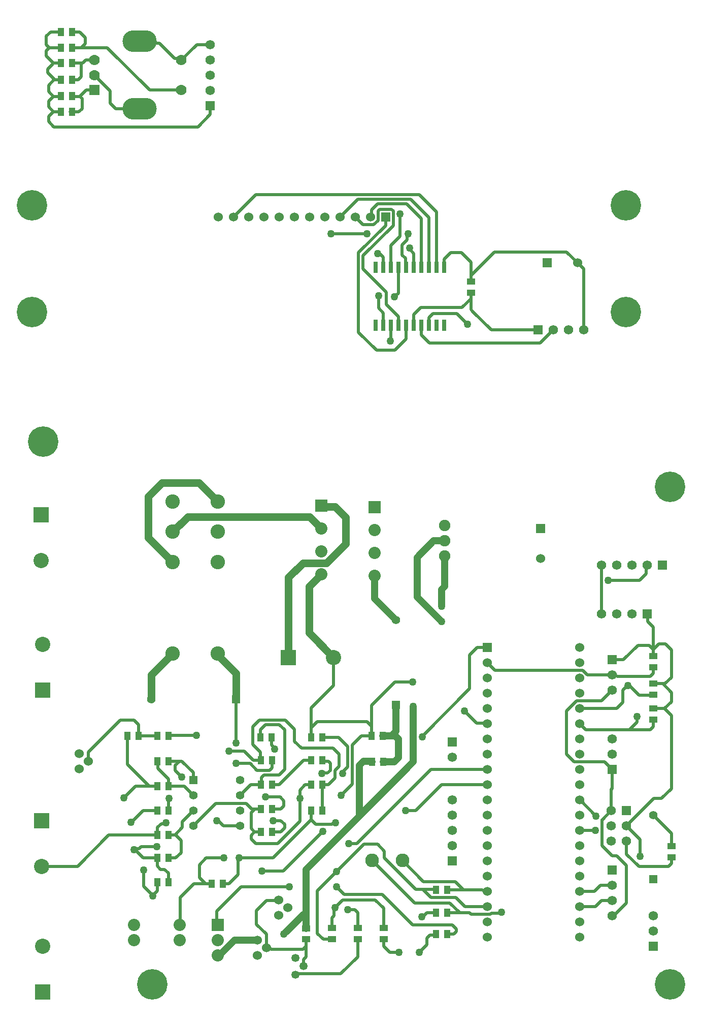
<source format=gtl>
G04*
G04 #@! TF.GenerationSoftware,Altium Limited,Altium Designer,23.4.1 (23)*
G04*
G04 Layer_Physical_Order=1*
G04 Layer_Color=255*
%FSLAX44Y44*%
%MOMM*%
G71*
G04*
G04 #@! TF.SameCoordinates,2680DE8E-D3BC-4794-95DD-0B2387E44050*
G04*
G04*
G04 #@! TF.FilePolarity,Positive*
G04*
G01*
G75*
%ADD18C,1.7780*%
%ADD20R,1.7780X1.7780*%
G04:AMPARAMS|DCode=21|XSize=3.6068mm|YSize=5.715mm|CornerRadius=1.8034mm|HoleSize=0mm|Usage=FLASHONLY|Rotation=90.000|XOffset=0mm|YOffset=0mm|HoleType=Round|Shape=RoundedRectangle|*
%AMROUNDEDRECTD21*
21,1,3.6068,2.1082,0,0,90.0*
21,1,0.0000,5.7150,0,0,90.0*
1,1,3.6068,1.0541,0.0000*
1,1,3.6068,1.0541,0.0000*
1,1,3.6068,-1.0541,0.0000*
1,1,3.6068,-1.0541,0.0000*
%
%ADD21ROUNDEDRECTD21*%
%ADD22R,1.5748X1.5748*%
%ADD23C,1.5748*%
%ADD41R,1.4500X1.0500*%
%ADD42R,1.0500X1.4500*%
%ADD43R,0.7000X1.9000*%
%ADD44C,0.5080*%
%ADD45C,1.1430*%
%ADD46C,1.2700*%
%ADD47R,1.5748X1.5748*%
%ADD48R,2.0320X2.0320*%
%ADD49C,2.0320*%
%ADD50R,1.5240X1.5240*%
%ADD51C,1.5240*%
%ADD52C,5.0800*%
%ADD53R,2.5400X2.5400*%
%ADD54C,2.5400*%
%ADD55R,2.5400X2.5400*%
%ADD56R,1.3970X1.3970*%
%ADD57C,1.3970*%
%ADD58C,1.3462*%
%ADD59C,2.4130*%
%ADD60C,2.2860*%
%ADD61C,1.9050*%
%ADD62R,1.3970X1.3970*%
%ADD63C,1.2700*%
%ADD64R,1.5240X1.5240*%
D18*
X178054Y1593850D02*
D03*
Y1618850D02*
D03*
X323054Y1568850D02*
D03*
Y1618850D02*
D03*
D20*
X178054Y1568850D02*
D03*
D21*
X253054Y1537850D02*
D03*
Y1649850D02*
D03*
D22*
X1041400Y269240D02*
D03*
X1065530Y368300D02*
D03*
X774446Y482600D02*
D03*
X774700Y284480D02*
D03*
X1041400Y619760D02*
D03*
Y436880D02*
D03*
X1109980Y142240D02*
D03*
X371094Y1543050D02*
D03*
D23*
X1023620Y695960D02*
D03*
X1049020D02*
D03*
X1074420D02*
D03*
X1041400Y218440D02*
D03*
Y193040D02*
D03*
Y243840D02*
D03*
X1040130Y368300D02*
D03*
Y342900D02*
D03*
X1065530Y317500D02*
D03*
X1040130D02*
D03*
X1065530Y342900D02*
D03*
X993648Y1169162D02*
D03*
X942848D02*
D03*
X968248D02*
D03*
X774446Y457200D02*
D03*
X774700Y386080D02*
D03*
Y360680D02*
D03*
Y335280D02*
D03*
Y309880D02*
D03*
X1023620Y777240D02*
D03*
X1049020D02*
D03*
X1074420D02*
D03*
X1099820D02*
D03*
X1041400Y594360D02*
D03*
Y568960D02*
D03*
Y462280D02*
D03*
Y487680D02*
D03*
X1109980Y167640D02*
D03*
Y193040D02*
D03*
X371094Y1568450D02*
D03*
Y1593850D02*
D03*
Y1619250D02*
D03*
Y1644650D02*
D03*
D41*
X805942Y1249278D02*
D03*
Y1230778D02*
D03*
X1140460Y308970D02*
D03*
Y290470D02*
D03*
X1109980Y519684D02*
D03*
Y538184D02*
D03*
Y561234D02*
D03*
Y579734D02*
D03*
Y606954D02*
D03*
Y625454D02*
D03*
X660400Y172318D02*
D03*
Y153818D02*
D03*
X617220Y172318D02*
D03*
Y153818D02*
D03*
X573786D02*
D03*
Y172318D02*
D03*
X530860Y153786D02*
D03*
Y172286D02*
D03*
D42*
X140314Y1665732D02*
D03*
X121814D02*
D03*
X140314Y1613662D02*
D03*
X121814D02*
D03*
X140314Y1558798D02*
D03*
X121814D02*
D03*
X282850Y492760D02*
D03*
X301350D02*
D03*
X251460D02*
D03*
X232960D02*
D03*
X659490Y449580D02*
D03*
X640990D02*
D03*
X640080Y492760D02*
D03*
X658580D02*
D03*
X557890Y368300D02*
D03*
X539390D02*
D03*
Y411480D02*
D03*
X557890D02*
D03*
X539390Y452120D02*
D03*
X557890D02*
D03*
X539390Y490220D02*
D03*
X557890D02*
D03*
X473160D02*
D03*
X454660D02*
D03*
X474070Y452120D02*
D03*
X455570D02*
D03*
X301350Y450850D02*
D03*
X282850D02*
D03*
X455570Y411480D02*
D03*
X474070D02*
D03*
X282850Y408940D02*
D03*
X301350D02*
D03*
X282850Y368300D02*
D03*
X301350D02*
D03*
X282850Y327660D02*
D03*
X301350D02*
D03*
X121814Y1639570D02*
D03*
X140314D02*
D03*
X121814Y1586230D02*
D03*
X140314D02*
D03*
X121814Y1532382D02*
D03*
X140314D02*
D03*
X391940Y246380D02*
D03*
X373440D02*
D03*
X766170Y162560D02*
D03*
X747670D02*
D03*
X766170Y198120D02*
D03*
X747670D02*
D03*
X766170Y236220D02*
D03*
X747670D02*
D03*
X474070Y370840D02*
D03*
X455570D02*
D03*
X282850Y248920D02*
D03*
X301350D02*
D03*
X474070Y332740D02*
D03*
X455570D02*
D03*
X301350Y289560D02*
D03*
X282850D02*
D03*
D43*
X761238Y1177042D02*
D03*
X748538D02*
D03*
X735838D02*
D03*
X723138D02*
D03*
X710438D02*
D03*
X697738D02*
D03*
X685038D02*
D03*
X672338D02*
D03*
X659638D02*
D03*
X646938D02*
D03*
Y1273042D02*
D03*
X659638D02*
D03*
X672338D02*
D03*
X685038D02*
D03*
X697738D02*
D03*
X710438D02*
D03*
X723138D02*
D03*
X735838D02*
D03*
X748538D02*
D03*
X761238D02*
D03*
D44*
X252219Y304988D02*
X255841Y308610D01*
X281940D01*
X301350Y289560D02*
X313690D01*
X275590Y226549D02*
Y227330D01*
Y226060D02*
Y226549D01*
Y227330D02*
X282850Y234590D01*
Y248920D01*
X301350D02*
Y263800D01*
X294640Y270510D02*
X301350Y263800D01*
X288290Y270510D02*
X294640D01*
X282850Y275950D02*
X288290Y270510D01*
X282850Y275950D02*
Y289560D01*
X259080D02*
X282850D01*
X260350Y241789D02*
Y269240D01*
Y241789D02*
X275590Y226549D01*
X469900Y435610D02*
X474070Y439780D01*
X448964Y435610D02*
X469900D01*
X474070Y439780D02*
Y452120D01*
X486410Y427990D02*
X495300Y436880D01*
Y502920D01*
X461010Y427990D02*
X486410D01*
Y411480D02*
X527050Y452120D01*
X474070Y411480D02*
X486410D01*
X456394Y412304D02*
Y423374D01*
X455570Y411480D02*
X456394Y412304D01*
X437534Y447040D02*
X448964Y435610D01*
X456394Y423374D02*
X461010Y427990D01*
X486410Y511810D02*
X495300Y502920D01*
X483362Y313182D02*
X520700Y350520D01*
X439420Y320802D02*
X447040Y313182D01*
X483362D01*
X439420Y320802D02*
Y327224D01*
X444936Y332740D01*
X439420Y338256D02*
Y364810D01*
Y338256D02*
X444936Y332740D01*
X660400Y142240D02*
Y153818D01*
Y142240D02*
X670530Y132110D01*
X616966Y153564D02*
X617220Y153818D01*
X616966Y124714D02*
Y153564D01*
X513080Y96520D02*
X588772D01*
X616966Y124714D01*
X573680Y153924D02*
X573786Y153818D01*
X559308Y153924D02*
X573680D01*
X549910Y163322D02*
X559308Y153924D01*
X612140Y203200D02*
X617220Y198120D01*
Y172318D02*
Y198120D01*
X660400Y172318D02*
Y205740D01*
X646430Y219710D02*
X660400Y205740D01*
X579120Y207010D02*
X591820Y219710D01*
X573786Y172318D02*
X574040Y172572D01*
Y189738D01*
X577662Y205552D02*
X579120Y207010D01*
X577662Y193360D02*
Y205552D01*
X574040Y189738D02*
X577662Y193360D01*
X746052Y160942D02*
X747670Y162560D01*
X737776Y160942D02*
X746052D01*
X732790Y155956D02*
X737776Y160942D01*
X732790Y144780D02*
Y155956D01*
X766170Y162560D02*
X776986D01*
X781232Y166806D01*
Y171014D01*
X774446Y177800D02*
X781232Y171014D01*
X708660Y177800D02*
X774446D01*
X1049020Y293370D02*
X1065530Y276860D01*
X1024636Y310134D02*
X1041400Y293370D01*
X1049020D01*
X1065530Y214630D02*
Y276860D01*
X1024636Y310134D02*
Y324549D01*
X1135380Y275082D02*
X1140460Y280162D01*
Y292950D01*
X1086358Y275082D02*
X1135380D01*
X1065530Y295910D02*
X1086358Y275082D01*
X1070610Y502920D02*
X1095502D01*
X997580D02*
X1070610D01*
X1083310Y515620D01*
X1105259Y503279D02*
X1109980Y508000D01*
X1096010Y502920D02*
X1104900D01*
X1083310Y515620D02*
Y525272D01*
X1049710Y591820D02*
X1105154D01*
X1109980Y596646D02*
Y606954D01*
X1105154Y591820D02*
X1109980Y596646D01*
X140314Y1532382D02*
X151892D01*
X157480Y1537970D01*
Y1554480D01*
X97790Y1658620D02*
X104902Y1665732D01*
X121814D01*
X152908D02*
X162560Y1656080D01*
X140314Y1665732D02*
X152908D01*
X1065530Y342900D02*
X1088390Y320040D01*
Y292100D02*
Y320040D01*
X1065530Y295910D02*
Y317500D01*
Y342900D02*
X1111250Y388620D01*
X1123950D01*
X1040130Y368300D02*
Y403860D01*
X1041400Y405130D01*
X1024982Y353152D02*
X1040130Y368300D01*
X1024636Y353152D02*
X1024982D01*
X1123950Y388620D02*
X1140460Y405130D01*
Y526459D01*
X1024636Y337534D02*
Y353152D01*
Y337534D02*
X1024921Y337249D01*
X1013350Y335139D02*
X1013491Y334998D01*
X1024921Y324834D02*
Y337249D01*
X1024636Y324549D02*
X1024921Y324834D01*
X987561Y335139D02*
X1013350D01*
X987420Y335280D02*
X987561Y335139D01*
X1041400Y405130D02*
Y436880D01*
X987420Y386080D02*
X987740D01*
X1014410Y359410D01*
X1014730D01*
X1041400Y193040D02*
X1043940D01*
X1065530Y214630D01*
X1023620Y218440D02*
X1041400D01*
X1013460Y208280D02*
X1023620Y218440D01*
X1022350Y243840D02*
X1041400D01*
X1012190Y233680D02*
X1022350Y243840D01*
X1028700Y449580D02*
X1041400Y436880D01*
X977900Y449580D02*
X1028700D01*
X313690Y289560D02*
X322580Y298450D01*
X312420Y435610D02*
Y443324D01*
X319946Y450850D01*
X312420Y435610D02*
X323850Y424180D01*
X301350Y450850D02*
X319946D01*
X323850D01*
X557530Y430530D02*
X557883Y430883D01*
X566773D01*
X571500Y435610D01*
Y447040D01*
X1066800Y576580D02*
X1068070D01*
X1059180Y568960D02*
X1066800Y576580D01*
X1059180Y548640D02*
Y568960D01*
X1049020Y538480D02*
X1059180Y548640D01*
X987420Y538480D02*
X1049020D01*
X1086060Y560652D02*
X1109186D01*
X1109980Y636905D02*
X1119505Y646430D01*
X1130300D02*
X1140460Y636270D01*
X1119505Y646430D02*
X1130300D01*
X1140460Y590550D02*
Y636270D01*
X1084580Y643890D02*
X1102995D01*
X1109980Y636905D01*
X1060450Y619760D02*
X1084580Y643890D01*
X1041400Y619760D02*
X1060450D01*
X1109980Y636905D02*
Y674370D01*
Y625454D02*
Y636905D01*
X1100908Y683442D02*
X1109980Y674370D01*
X772160Y1297940D02*
X789940D01*
X805688Y1259967D02*
Y1282192D01*
X789940Y1297940D02*
X805688Y1282192D01*
X761238Y1287018D02*
X772160Y1297940D01*
X167640Y450850D02*
Y466090D01*
X220980Y519430D01*
X149860Y275590D02*
X201930Y327660D01*
X87961Y275590D02*
X149860D01*
X201930Y327660D02*
X282850D01*
X243840Y303530D02*
X245298Y304988D01*
X252219D01*
X539390Y353430D02*
X547380Y345440D01*
X578932Y346522D02*
X580390Y347980D01*
X574686Y346522D02*
X578932D01*
X573604Y345440D02*
X574686Y346522D01*
X547380Y345440D02*
X573604D01*
X539390Y353430D02*
Y368300D01*
Y506370D02*
Y539390D01*
X576650Y576650D02*
Y623570D01*
X539390Y539390D02*
X576650Y576650D01*
X549910Y516890D02*
X632460D01*
X539390Y506370D02*
X549910Y516890D01*
X965200Y462280D02*
Y534221D01*
Y462280D02*
X977900Y449580D01*
X987420Y513080D02*
X997580Y502920D01*
X1109980Y508000D02*
Y519684D01*
X1128734Y538184D02*
X1140460Y526459D01*
X1125876Y579734D02*
X1140460Y565150D01*
X1128734Y538184D02*
X1140460Y549910D01*
Y565150D01*
X1129644Y579734D02*
X1140460Y590550D01*
X591820Y219710D02*
X646430D01*
X457200Y267970D02*
X492760D01*
X558800Y334010D01*
X1125876Y579734D02*
X1129644D01*
X1109980D02*
X1125876D01*
X1044287Y594360D02*
X1046328Y592319D01*
X1049211D01*
X1049710Y591820D01*
X657860Y228600D02*
X708660Y177800D01*
X723900Y191770D02*
X725962D01*
X732312Y198120D01*
X750150D01*
X527050Y109220D02*
Y120650D01*
X530860Y124460D02*
Y142240D01*
X527050Y120650D02*
X530860Y124460D01*
X525780Y137160D02*
X530860Y142240D01*
X472876Y137160D02*
X525780D01*
X530860Y142240D02*
Y153786D01*
X466764Y137756D02*
X472280D01*
X472876Y137160D01*
X464820Y139700D02*
X466764Y137756D01*
X581660Y241300D02*
X594360Y228600D01*
X657860D01*
X710438Y1177042D02*
Y1194308D01*
X722630Y1206500D02*
X791210D01*
X710438Y1194308D02*
X722630Y1206500D01*
X791210D02*
X805688Y1220978D01*
Y1232838D01*
Y1203452D02*
Y1220978D01*
Y1232838D02*
X806450Y1233600D01*
X805688Y1203452D02*
X808990Y1200150D01*
X844931Y1299210D02*
X965200D01*
X805688Y1259967D02*
X844931Y1299210D01*
X965200D02*
X983488Y1280922D01*
X805688Y1247902D02*
Y1259967D01*
Y1247902D02*
X806450Y1247140D01*
X735838Y1189228D02*
X742950Y1196340D01*
X782320D01*
X800100Y1178560D01*
X97790Y1625600D02*
X109220Y1614170D01*
X123084D01*
X97790Y1625600D02*
Y1634490D01*
X720090Y132080D02*
X732790Y144780D01*
X549910Y163322D02*
Y234950D01*
X444936Y332740D02*
X458050D01*
X353060Y256540D02*
Y278130D01*
X363220Y246380D02*
X375920D01*
X353060Y256540D02*
X363220Y246380D01*
X344170D02*
X363220D01*
X389460D02*
X402590D01*
X417517Y261307D02*
Y282774D01*
X402590Y246380D02*
X417517Y261307D01*
X417642Y288102D02*
X419100Y289560D01*
X417517Y282774D02*
X417642Y282900D01*
Y288102D01*
X353060Y278130D02*
X364137Y289207D01*
X393347D01*
X393700Y289560D01*
X414020Y481330D02*
Y553720D01*
X463550Y391160D02*
X487680D01*
X494030Y375920D02*
Y384810D01*
X487680Y391160D02*
X494030Y384810D01*
X488950Y370840D02*
X494030Y375920D01*
X471590Y370840D02*
X488950D01*
X439420Y364810D02*
X445450Y370840D01*
X440413D02*
X445450D01*
X458050D01*
X495300Y339619D02*
Y345440D01*
X476250Y351790D02*
X488950D01*
X495300Y345440D01*
X488421Y332740D02*
X495300Y339619D01*
X471590Y332740D02*
X488421D01*
X473435Y477666D02*
Y489945D01*
Y477666D02*
X478790Y472311D01*
Y471170D02*
Y472311D01*
X473160Y490220D02*
X473435Y489945D01*
X511810Y483870D02*
X523240Y472440D01*
X511810Y483870D02*
Y504190D01*
X523240Y472440D02*
X576144D01*
X496570Y519430D02*
X511810Y504190D01*
X520700Y350520D02*
Y388620D01*
Y402590D01*
X539296Y411386D02*
X539390Y411480D01*
X520700Y402590D02*
X529496Y411386D01*
X539296D01*
X965200Y534221D02*
X982159Y551180D01*
X1000300Y594360D02*
X1044287D01*
X690880Y1294130D02*
Y1310640D01*
X699582Y1319342D01*
Y1328232D01*
X701040Y1329690D01*
X110490Y1507490D02*
X350520D01*
X101600Y1516380D02*
Y1524834D01*
Y1516380D02*
X110490Y1507490D01*
X350520D02*
X371094Y1528064D01*
X101600Y1524834D02*
X109656Y1532890D01*
X101600Y1540946D02*
X109656Y1532890D01*
X101600Y1550234D02*
X109656Y1558290D01*
X101600Y1540946D02*
Y1550234D01*
X109656Y1532890D02*
X113030D01*
X101600Y1566346D02*
X109656Y1558290D01*
X101600Y1576667D02*
X111343Y1586410D01*
X101600Y1566346D02*
Y1576667D01*
X109656Y1558290D02*
X113030D01*
X123084D01*
X100330Y1597423D02*
Y1604010D01*
X108490Y1612170D01*
X100330Y1597423D02*
X111343Y1586410D01*
X97790Y1634490D02*
X102870Y1639570D01*
X97790Y1644650D02*
X102870Y1639570D01*
X97790Y1644650D02*
Y1658620D01*
X106680Y1639570D02*
X109220D01*
X102870D02*
X106680D01*
X162560Y1645920D02*
Y1656080D01*
X156210Y1639570D02*
X162560Y1645920D01*
X156210Y1639570D02*
X199136D01*
X137834D02*
X156210D01*
X311978Y1620962D02*
X320942D01*
X286278Y1646662D02*
X311978Y1620962D01*
X320942D02*
X323054Y1618850D01*
X246733Y301907D02*
X259080Y289560D01*
X322580Y298450D02*
Y318770D01*
X313690Y327660D02*
X322580Y318770D01*
X301350Y327660D02*
X313690D01*
X246380Y408940D02*
X282850D01*
X227330Y389890D02*
X246380Y408940D01*
X323850Y450850D02*
X342900Y431800D01*
X463550Y511810D02*
X486410D01*
X454660Y502920D02*
X463550Y511810D01*
X453390Y519430D02*
X496570D01*
X441960Y508000D02*
X453390Y519430D01*
X454660Y490220D02*
Y502920D01*
Y452120D02*
Y466090D01*
X441960Y478790D02*
Y508000D01*
Y478790D02*
X454660Y466090D01*
X557890Y411480D02*
X568524D01*
X579556Y422512D01*
X557890Y368300D02*
Y411480D01*
X567784Y450756D02*
X571500Y447040D01*
X557890Y452120D02*
X559254Y450756D01*
X567784D01*
X845820Y601980D02*
X992680D01*
X833120Y614680D02*
X845820Y601980D01*
X793750Y236220D02*
X825064D01*
X764420D02*
X793750D01*
X779780Y250190D02*
X793750Y236220D01*
X726694Y250190D02*
X779780D01*
X1070132Y576580D02*
X1086060Y560652D01*
X1068070Y576580D02*
X1070132D01*
X1099820Y695960D02*
X1100908Y694872D01*
Y683442D02*
Y694872D01*
X243840Y519430D02*
X251460Y511810D01*
X220980Y519430D02*
X243840D01*
X761238Y1273042D02*
Y1287018D01*
X673172Y1370330D02*
X676148Y1367354D01*
X653724Y1370330D02*
X673172D01*
X650748Y1367354D02*
X653724Y1370330D01*
X650748Y1351280D02*
Y1367354D01*
X676148Y1342898D02*
Y1367354D01*
X639992Y1368645D02*
X650567Y1379220D01*
X639992Y1359066D02*
Y1368645D01*
X698258Y1379220D02*
X723138Y1354340D01*
X650567Y1379220D02*
X698258D01*
X638048Y1357122D02*
X639992Y1359066D01*
X705612Y1386840D02*
X735838Y1356614D01*
X616966Y1386840D02*
X705612D01*
X587248Y1357122D02*
X616966Y1386840D01*
X446786Y1394460D02*
X719836D01*
X748538Y1365758D01*
X409448Y1357122D02*
X446786Y1394460D01*
X703580Y1303498D02*
Y1305560D01*
X710184Y1273296D02*
X710438Y1273042D01*
X703580Y1303498D02*
X710438Y1296640D01*
X659638Y1273042D02*
Y1290162D01*
X654588Y1295212D02*
X659638Y1290162D01*
X651698Y1295212D02*
X654588D01*
X650240Y1296670D02*
X651698Y1295212D01*
X679450Y1135380D02*
X697738Y1153668D01*
X618490Y1165280D02*
X648390Y1135380D01*
X679450D01*
X671830Y1150620D02*
X672084Y1150874D01*
Y1176788D01*
X672338Y1177042D01*
X697738Y1153668D02*
Y1177042D01*
X618490Y1165280D02*
Y1297940D01*
X808990Y1200150D02*
X808990D01*
X839978Y1169162D01*
X917448D01*
X164230Y1568850D02*
X178054D01*
X153670Y1558290D02*
X164230Y1568850D01*
X144780Y1558290D02*
X153670D01*
X371094Y1528064D02*
Y1543050D01*
X178054Y1593850D02*
X204470Y1567434D01*
X213480Y1537850D02*
X253054D01*
X204470Y1546860D02*
X213480Y1537850D01*
X204470Y1546860D02*
Y1567434D01*
X253054Y1649850D02*
X256242Y1646662D01*
X286278D01*
X663448Y1342898D02*
Y1357122D01*
X618490Y1297940D02*
X663448Y1342898D01*
X601980Y313690D02*
X615950D01*
X589280Y393700D02*
X608330Y412750D01*
X591820Y430530D02*
Y432592D01*
X600710Y441482D01*
X475520Y289560D02*
X539390Y353430D01*
X419100Y289560D02*
X475520D01*
X527050Y452120D02*
X539390D01*
X414020Y447040D02*
X437534D01*
X402590Y467360D02*
X427990D01*
X443230Y452120D02*
X454660D01*
X427990Y467360D02*
X443230Y452120D01*
X464820Y139700D02*
Y162560D01*
X713740Y368300D02*
X756920Y411480D01*
X697230Y368300D02*
X713740D01*
X739140Y436880D02*
X833120D01*
X615950Y313690D02*
X739140Y436880D01*
X670530Y132110D02*
X685770D01*
X685800Y132080D01*
X600710Y203200D02*
X612140D01*
X448310Y179070D02*
Y201930D01*
X465240Y218860D01*
X484290D01*
X448310Y179070D02*
X464820Y162560D01*
X301350Y408940D02*
X303530D01*
X327660D01*
X282850Y450850D02*
X283674Y450026D01*
X301350Y408940D02*
X301796Y409386D01*
Y420834D01*
X283674Y438956D02*
X301796Y420834D01*
X283674Y438956D02*
Y450026D01*
X342900Y419100D02*
Y431800D01*
X232960Y445220D02*
X268605Y409575D01*
X232960Y445220D02*
Y492760D01*
X251460D02*
Y511810D01*
X282850Y327660D02*
Y340000D01*
X289372Y346522D02*
X295722D01*
X282850Y340000D02*
X289372Y346522D01*
X324560Y349960D02*
X342900Y368300D01*
X324560Y339952D02*
Y349960D01*
X312533Y327926D02*
X324560Y339952D01*
X393137Y342900D02*
X421000D01*
X384247Y351790D02*
X393137Y342900D01*
X382270Y351790D02*
X384247D01*
X627380Y312420D02*
X650240D01*
X661670Y289560D02*
Y300990D01*
X650240Y312420D02*
X661670Y300990D01*
X608330Y412750D02*
Y477520D01*
X585470Y490220D02*
X600710Y474980D01*
Y441482D02*
Y474980D01*
X585906Y441780D02*
Y462678D01*
X576144Y472440D02*
X585906Y462678D01*
X579556Y422512D02*
Y435429D01*
X608330Y477520D02*
X623570Y492760D01*
X579556Y435429D02*
X585906Y441780D01*
X623570Y492760D02*
X640080D01*
X756920Y411480D02*
X833120D01*
X725606Y237490D02*
X748880D01*
X713740D02*
X725606D01*
X787400Y198120D02*
X803360D01*
X763690D02*
X787400D01*
X712216Y214630D02*
X770890D01*
X787400Y198120D01*
X855366Y197215D02*
X856824Y198673D01*
X840015Y197215D02*
X855366D01*
X805900Y195580D02*
X838381D01*
X840015Y197215D01*
X1109980Y538184D02*
X1128734D01*
X1035050Y751840D02*
X1087120D01*
X1098550Y763270D02*
Y775970D01*
X1087120Y751840D02*
X1098550Y763270D01*
X724535Y491490D02*
Y492125D01*
X803910Y571500D01*
X109220Y1639570D02*
X121543D01*
X124294D01*
X113030Y1586230D02*
X124294D01*
X151130D02*
X156210Y1591310D01*
X137834Y1586230D02*
X151130D01*
X156210Y1591310D02*
Y1614170D01*
X141584D02*
X158496D01*
X153670Y1558290D02*
X157480Y1554480D01*
X141584Y1558290D02*
X144780D01*
X137414Y1532890D02*
X138965Y1534441D01*
X113030Y1532890D02*
X123874D01*
X626110Y1292860D02*
X676148Y1342898D01*
X626110Y1270564D02*
Y1292860D01*
Y1270564D02*
X664977Y1231697D01*
X696778Y1273494D02*
X697484Y1272788D01*
X696778Y1273494D02*
Y1288232D01*
X690880Y1294130D02*
X696778Y1288232D01*
X672338Y1310132D02*
X687578Y1325372D01*
Y1362202D01*
X572770Y1329690D02*
X632460D01*
X672338Y1273042D02*
Y1310132D01*
X710438Y1273042D02*
Y1296640D01*
X484290Y218860D02*
X485140Y219710D01*
X640080Y509270D02*
Y543560D01*
Y492760D02*
Y509270D01*
X679450Y582930D02*
X708660D01*
X640080Y543560D02*
X679450Y582930D01*
X832328Y513872D02*
X833120Y513080D01*
X815818Y513872D02*
X832328D01*
X795020Y534670D02*
X815818Y513872D01*
X803910Y571500D02*
Y627380D01*
X557890Y490220D02*
X585470D01*
X816610Y640080D02*
X833120D01*
X803910Y627380D02*
X816610Y640080D01*
X1098550Y775970D02*
X1099820Y777240D01*
X1023620Y695960D02*
Y777240D01*
X259080Y368300D02*
X282850D01*
X240030Y349250D02*
X259080Y368300D01*
X238760Y349250D02*
X240030D01*
X301805Y368755D02*
Y388165D01*
X302260Y388620D01*
X327660Y408940D02*
X342900Y393700D01*
X301350Y368300D02*
X301805Y368755D01*
X825660Y235624D02*
X831176D01*
X825064Y236220D02*
X825660Y235624D01*
X831176D02*
X833120Y233680D01*
X691388Y285496D02*
X726694Y250190D01*
X739576Y223520D02*
X780396D01*
X725606Y237490D02*
X739576Y223520D01*
X748880Y237490D02*
X750150Y236220D01*
X780396Y223520D02*
X795636Y208280D01*
X641350Y285496D02*
X712216Y214630D01*
X795636Y208280D02*
X833120D01*
X803360Y198120D02*
X805900Y195580D01*
X382270Y179070D02*
X383540Y177800D01*
X382270Y179070D02*
Y200660D01*
X422910Y241300D02*
X502920D01*
X382270Y200660D02*
X422910Y241300D01*
X549910Y234950D02*
X581660Y266700D01*
X627380Y312420D01*
X1109186Y560652D02*
X1109874Y561340D01*
X992680Y601980D02*
X1000300Y594360D01*
X982159Y551180D02*
X1023620D01*
X1041400Y568960D01*
X1109874Y561340D02*
X1109980Y561234D01*
X1140460Y306490D02*
Y330200D01*
X1109980Y360680D02*
X1140460Y330200D01*
X987420Y208280D02*
X1013460D01*
X987420Y233680D02*
X1012190D01*
X661670Y289560D02*
X713740Y237490D01*
X539390Y490220D02*
Y506370D01*
X632460Y516890D02*
X640080Y509270D01*
X380365Y380365D02*
X430888D01*
X440413Y370840D01*
X421000Y393700D02*
X438780Y411480D01*
X455570D01*
X342900Y342900D02*
X380365Y380365D01*
X295722Y346522D02*
X297180Y347980D01*
X301350Y492760D02*
X301985Y493395D01*
X347345D01*
X347980Y494030D01*
X320040Y177800D02*
X321310Y179070D01*
Y223520D01*
X344170Y246380D01*
X251460Y492760D02*
X282850D01*
X158496Y1614170D02*
X163176Y1618850D01*
X178054D01*
X199136Y1639570D02*
X269856Y1568850D01*
X323054D01*
X983488Y1280922D02*
X993648Y1270762D01*
Y1169162D02*
Y1270762D01*
X723138Y1273042D02*
Y1354340D01*
X685038Y1177042D02*
Y1191574D01*
X664977Y1211636D02*
X685038Y1191574D01*
X664977Y1211636D02*
Y1231697D01*
X643890Y1344422D02*
X650748Y1351280D01*
X625348Y1344422D02*
X643890D01*
X612648Y1357122D02*
X625348Y1344422D01*
X735838Y1273042D02*
Y1356614D01*
X697484Y1272788D02*
X697738Y1273042D01*
X678434Y1224026D02*
X685038Y1230630D01*
Y1273042D01*
X748538D02*
Y1365758D01*
X659638Y1177042D02*
Y1197610D01*
X651764Y1205484D02*
X659638Y1197610D01*
X651764Y1205484D02*
Y1226312D01*
X723138Y1160780D02*
Y1177042D01*
Y1160780D02*
X736600Y1147318D01*
X921004D01*
X942848Y1169162D01*
X735838Y1177042D02*
Y1189228D01*
X323054Y1618850D02*
X348854Y1644650D01*
X371094D01*
D45*
X673100Y492760D02*
X680720Y500380D01*
Y544800D01*
X658580Y492760D02*
X673100D01*
X679450D01*
X659490Y449580D02*
X678180D01*
X684875Y456275D01*
Y487335D01*
X679450Y492760D02*
X684875Y487335D01*
X619760Y359410D02*
Y443590D01*
X640990Y449580D02*
Y449821D01*
X619760Y443590D02*
X626456Y450286D01*
X640525D02*
X640990Y449821D01*
X626456Y450286D02*
X640525D01*
X619760Y359410D02*
X709930Y449580D01*
Y542290D01*
X716280Y723900D02*
X756920Y683260D01*
X716280Y789940D02*
X743820Y817480D01*
X716280Y723900D02*
Y789940D01*
X743820Y817480D02*
X762000D01*
Y741680D02*
Y792480D01*
X756920Y708660D02*
Y736600D01*
X762000Y741680D01*
X530860Y270510D02*
X619760Y359410D01*
X530860Y199390D02*
Y270510D01*
X385986Y127000D02*
X411386Y152400D01*
X449580D01*
X383540Y127000D02*
X385986D01*
X494030Y162560D02*
X530860Y199390D01*
Y172286D02*
Y199390D01*
X645160Y721360D02*
Y759460D01*
Y721360D02*
X680720Y685800D01*
D46*
X535940Y664280D02*
X576650Y623570D01*
X535940Y741680D02*
X556260Y762000D01*
X535940Y664280D02*
Y741680D01*
X596900Y812800D02*
Y857250D01*
X557620Y874940D02*
X579210D01*
X596900Y857250D01*
X565150Y781050D02*
X596900Y812800D01*
X414020Y553720D02*
Y596900D01*
X383540Y627380D02*
Y629720D01*
Y627380D02*
X414020Y596900D01*
X267970Y822890D02*
Y891540D01*
X290830Y914400D02*
X352260D01*
X267970Y891540D02*
X290830Y914400D01*
X352260D02*
X383540Y883120D01*
X267970Y822890D02*
X308540Y782320D01*
X556260Y876300D02*
X557620Y874940D01*
X308540Y832720D02*
X333832Y858012D01*
X536448D01*
X556260Y838200D01*
X501650Y623570D02*
Y756920D01*
X525780Y781050D01*
X565150D01*
X273020Y553720D02*
Y594200D01*
X308540Y629720D01*
D47*
X1099820Y695960D02*
D03*
X917448Y1169162D02*
D03*
X1125220Y777240D02*
D03*
D48*
X556260Y876300D02*
D03*
X645160Y873760D02*
D03*
X383540Y177800D02*
D03*
D49*
X556260Y838200D02*
D03*
Y800100D02*
D03*
Y762000D02*
D03*
X645160Y835660D02*
D03*
Y797560D02*
D03*
Y759460D02*
D03*
X383540Y152400D02*
D03*
Y127000D02*
D03*
X243840Y177800D02*
D03*
Y152400D02*
D03*
X320040D02*
D03*
Y177800D02*
D03*
D50*
X833120Y640080D02*
D03*
X663448Y1357122D02*
D03*
X933488Y1280922D02*
D03*
D51*
X833120Y614680D02*
D03*
Y589280D02*
D03*
Y563880D02*
D03*
Y538480D02*
D03*
Y513080D02*
D03*
Y487680D02*
D03*
Y462280D02*
D03*
Y436880D02*
D03*
Y411480D02*
D03*
Y386080D02*
D03*
Y360680D02*
D03*
Y335280D02*
D03*
Y309880D02*
D03*
Y284480D02*
D03*
Y259080D02*
D03*
Y233680D02*
D03*
Y208280D02*
D03*
Y182880D02*
D03*
Y157480D02*
D03*
X987420D02*
D03*
Y182880D02*
D03*
Y208280D02*
D03*
Y233680D02*
D03*
Y259080D02*
D03*
Y284480D02*
D03*
Y309880D02*
D03*
Y335280D02*
D03*
Y360680D02*
D03*
Y386080D02*
D03*
Y411480D02*
D03*
Y436880D02*
D03*
Y462280D02*
D03*
Y487680D02*
D03*
Y513080D02*
D03*
Y538480D02*
D03*
Y563880D02*
D03*
Y589280D02*
D03*
Y614680D02*
D03*
Y640080D02*
D03*
X152400Y463550D02*
D03*
X167640Y450850D02*
D03*
X152400Y438150D02*
D03*
X384048Y1357122D02*
D03*
X409448D02*
D03*
X434848D02*
D03*
X460248D02*
D03*
X485648D02*
D03*
X511048D02*
D03*
X536448D02*
D03*
X561848D02*
D03*
X587248D02*
D03*
X612648D02*
D03*
X638048D02*
D03*
X449580Y127000D02*
D03*
X464820Y139700D02*
D03*
X449580Y152400D02*
D03*
X485140Y194310D02*
D03*
X500380Y207010D02*
D03*
X485140Y219710D02*
D03*
X983488Y1280922D02*
D03*
X922020Y788200D02*
D03*
D52*
X92710Y982980D02*
D03*
X1137920Y908050D02*
D03*
Y78740D02*
D03*
X274320D02*
D03*
X1064260Y1376680D02*
D03*
Y1198880D02*
D03*
X73660D02*
D03*
Y1376680D02*
D03*
D53*
X91440Y568960D02*
D03*
X90170Y351790D02*
D03*
X91440Y66040D02*
D03*
X88900Y861060D02*
D03*
D54*
X91440Y645160D02*
D03*
X90170Y275590D02*
D03*
X91440Y142240D02*
D03*
X88900Y784860D02*
D03*
X576650Y623570D02*
D03*
D55*
X501650D02*
D03*
D56*
X680720Y544800D02*
D03*
X1109980Y253680D02*
D03*
D57*
X680720Y685800D02*
D03*
X421000Y419100D02*
D03*
Y393700D02*
D03*
Y368300D02*
D03*
Y342900D02*
D03*
X342900D02*
D03*
Y368300D02*
D03*
Y393700D02*
D03*
X1109980Y360680D02*
D03*
X273020Y553720D02*
D03*
D58*
X513080Y95250D02*
D03*
X527050Y109220D02*
D03*
X513080Y123190D02*
D03*
D59*
X383540Y629720D02*
D03*
Y782320D02*
D03*
Y832720D02*
D03*
Y883120D02*
D03*
X308540D02*
D03*
Y832720D02*
D03*
Y782320D02*
D03*
Y629720D02*
D03*
D60*
X691388Y285496D02*
D03*
X641350D02*
D03*
D61*
X762000Y843480D02*
D03*
Y817480D02*
D03*
Y792480D02*
D03*
D62*
X342900Y419100D02*
D03*
X414020Y553720D02*
D03*
D63*
X393700Y289560D02*
D03*
X419100D02*
D03*
X581660Y266700D02*
D03*
Y241300D02*
D03*
X756920Y683260D02*
D03*
Y708660D02*
D03*
X281940Y308610D02*
D03*
X260350Y269240D02*
D03*
X1083310Y525272D02*
D03*
X1088390Y292100D02*
D03*
X1013491Y334998D02*
D03*
X1014730Y359410D02*
D03*
X243840Y303530D02*
D03*
X709930Y542290D02*
D03*
X579120Y207010D02*
D03*
X457200Y267970D02*
D03*
X723900Y191770D02*
D03*
X414020Y481330D02*
D03*
X476250Y351790D02*
D03*
X478790Y471170D02*
D03*
X323850Y424180D02*
D03*
X1068070Y576580D02*
D03*
X703580Y1305560D02*
D03*
X701040Y1329690D02*
D03*
X650240Y1296670D02*
D03*
X671830Y1150620D02*
D03*
X601980Y313690D02*
D03*
X589280Y393700D02*
D03*
X580390Y347980D02*
D03*
X591820Y430530D02*
D03*
X558800Y334010D02*
D03*
X557530Y430530D02*
D03*
X414020Y447040D02*
D03*
X402590Y467360D02*
D03*
X697230Y368300D02*
D03*
X720090Y132080D02*
D03*
X685800D02*
D03*
X600710Y203200D02*
D03*
X494030Y162560D02*
D03*
X275590Y226060D02*
D03*
X227330Y389890D02*
D03*
X382270Y351790D02*
D03*
X520700Y388620D02*
D03*
X856824Y198673D02*
D03*
X724535Y491490D02*
D03*
X800100Y1178560D02*
D03*
X632460Y1329690D02*
D03*
X572770D02*
D03*
X708660Y582930D02*
D03*
X795020Y534670D02*
D03*
X1035050Y751840D02*
D03*
X238760Y349250D02*
D03*
X302260Y388620D02*
D03*
X502920Y241300D02*
D03*
X463550Y391160D02*
D03*
X297180Y347980D02*
D03*
X347980Y494030D02*
D03*
X678434Y1224026D02*
D03*
X687578Y1362202D02*
D03*
X651764Y1226312D02*
D03*
D64*
X922020Y838200D02*
D03*
M02*

</source>
